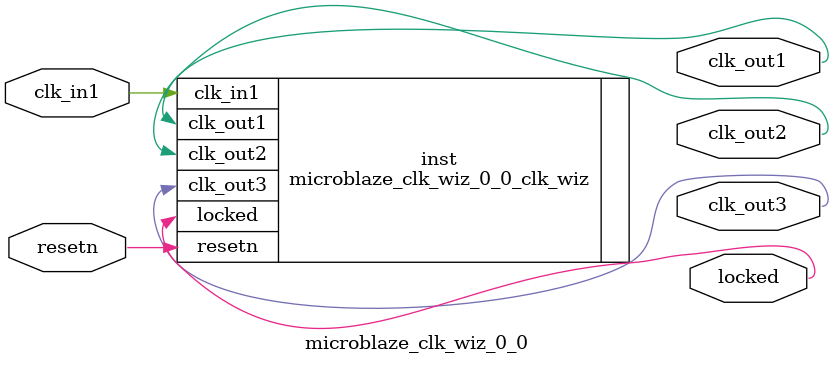
<source format=v>


`timescale 1ps/1ps

(* CORE_GENERATION_INFO = "microblaze_clk_wiz_0_0,clk_wiz_v6_0_4_0_0,{component_name=microblaze_clk_wiz_0_0,use_phase_alignment=true,use_min_o_jitter=false,use_max_i_jitter=false,use_dyn_phase_shift=false,use_inclk_switchover=false,use_dyn_reconfig=false,enable_axi=0,feedback_source=FDBK_AUTO,PRIMITIVE=MMCM,num_out_clk=3,clkin1_period=10.000,clkin2_period=10.000,use_power_down=false,use_reset=true,use_locked=true,use_inclk_stopped=false,feedback_type=SINGLE,CLOCK_MGR_TYPE=NA,manual_override=false}" *)

module microblaze_clk_wiz_0_0 
 (
  // Clock out ports
  output        clk_out1,
  output        clk_out2,
  output        clk_out3,
  // Status and control signals
  input         resetn,
  output        locked,
 // Clock in ports
  input         clk_in1
 );

  microblaze_clk_wiz_0_0_clk_wiz inst
  (
  // Clock out ports  
  .clk_out1(clk_out1),
  .clk_out2(clk_out2),
  .clk_out3(clk_out3),
  // Status and control signals               
  .resetn(resetn), 
  .locked(locked),
 // Clock in ports
  .clk_in1(clk_in1)
  );

endmodule

</source>
